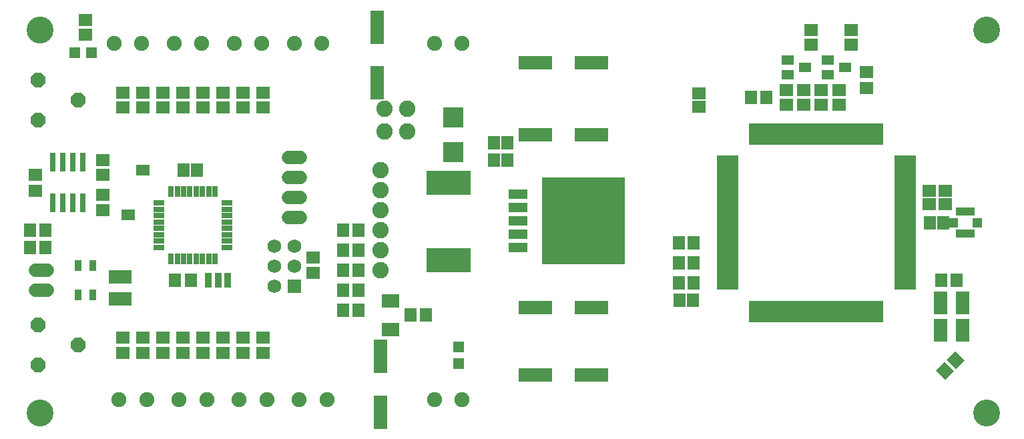
<source format=gts>
G75*
G70*
%OFA0B0*%
%FSLAX24Y24*%
%IPPOS*%
%LPD*%
%AMOC8*
5,1,8,0,0,1.08239X$1,22.5*
%
%ADD10C,0.1340*%
%ADD11R,0.0300X0.0580*%
%ADD12R,0.0580X0.0300*%
%ADD13R,0.0710X0.0592*%
%ADD14R,0.0680X0.0680*%
%ADD15C,0.0680*%
%ADD16R,0.0356X0.0749*%
%ADD17R,0.0592X0.0671*%
%ADD18R,0.0592X0.0710*%
%ADD19R,0.0552X0.0552*%
%ADD20R,0.0330X0.0580*%
%ADD21R,0.0395X0.1064*%
%ADD22R,0.1064X0.0395*%
%ADD23R,0.0946X0.0415*%
%ADD24R,0.0493X0.0474*%
%ADD25R,0.1025X0.1025*%
%ADD26R,0.0710X0.1143*%
%ADD27R,0.0316X0.0946*%
%ADD28R,0.0671X0.0592*%
%ADD29R,0.0710X0.1655*%
%ADD30R,0.1655X0.0710*%
%ADD31C,0.0749*%
%ADD32C,0.0674*%
%ADD33R,0.0356X0.0552*%
%ADD34OC8,0.0740*%
%ADD35C,0.0820*%
%ADD36R,0.0631X0.0474*%
%ADD37R,0.0907X0.0671*%
%ADD38R,0.2206X0.1222*%
%ADD39R,0.4178X0.4332*%
%ADD40R,0.0930X0.0500*%
%ADD41R,0.1143X0.0710*%
D10*
X007015Y006265D03*
X007015Y025390D03*
X054265Y025390D03*
X054265Y006265D03*
D11*
X015742Y013950D03*
X015427Y013950D03*
X015112Y013950D03*
X014797Y013950D03*
X014483Y013950D03*
X014168Y013950D03*
X013853Y013950D03*
X013538Y013950D03*
X013538Y017330D03*
X013853Y017330D03*
X014168Y017330D03*
X014483Y017330D03*
X014797Y017330D03*
X015112Y017330D03*
X015427Y017330D03*
X015742Y017330D03*
D12*
X016330Y016742D03*
X016330Y016427D03*
X016330Y016112D03*
X016330Y015797D03*
X016330Y015483D03*
X016330Y015168D03*
X016330Y014853D03*
X016330Y014538D03*
X012950Y014538D03*
X012950Y014853D03*
X012950Y015168D03*
X012950Y015483D03*
X012950Y015797D03*
X012950Y016112D03*
X012950Y016427D03*
X012950Y016742D03*
D13*
X010140Y016391D03*
X010140Y017139D03*
X010140Y018141D03*
X010140Y018889D03*
X006765Y018159D03*
X006765Y017371D03*
X011140Y021516D03*
X011140Y022264D03*
X012140Y022264D03*
X012140Y021516D03*
X013140Y021516D03*
X014140Y021516D03*
X014140Y022264D03*
X013140Y022264D03*
X015140Y022264D03*
X015140Y021516D03*
X016140Y021516D03*
X016140Y022264D03*
X017140Y022264D03*
X018140Y022264D03*
X018140Y021516D03*
X017140Y021516D03*
X009265Y025141D03*
X009265Y025889D03*
X020640Y014014D03*
X020640Y013266D03*
X018140Y010014D03*
X017140Y010014D03*
X017140Y009266D03*
X018140Y009266D03*
X016140Y009266D03*
X016140Y010014D03*
X015140Y010014D03*
X015140Y009266D03*
X014140Y009266D03*
X013140Y009266D03*
X013140Y010014D03*
X014140Y010014D03*
X012140Y010014D03*
X012140Y009266D03*
X011140Y009266D03*
X011140Y010014D03*
X045140Y021641D03*
X046015Y021641D03*
X046015Y022389D03*
X045140Y022389D03*
X048265Y022496D03*
X048265Y023284D03*
D14*
X019703Y012578D03*
D15*
X018703Y012578D03*
X018703Y013578D03*
X019703Y013578D03*
X019703Y014578D03*
X018703Y014578D03*
D16*
X016362Y012890D03*
X015890Y012890D03*
X015418Y012890D03*
D17*
X014850Y018390D03*
X014180Y018390D03*
X029680Y018890D03*
X030350Y018890D03*
X030350Y019765D03*
X029680Y019765D03*
X038930Y011890D03*
X039600Y011890D03*
X051430Y015765D03*
X052100Y015765D03*
G36*
X053163Y008877D02*
X052744Y008458D01*
X052271Y008931D01*
X052690Y009350D01*
X053163Y008877D01*
G37*
G36*
X052634Y008349D02*
X052215Y007930D01*
X051742Y008403D01*
X052161Y008822D01*
X052634Y008349D01*
G37*
D18*
X052784Y012890D03*
X051996Y012890D03*
X039639Y012765D03*
X038891Y012765D03*
X038891Y013765D03*
X039639Y013765D03*
X039639Y014765D03*
X038891Y014765D03*
X042496Y022015D03*
X043284Y022015D03*
X026264Y011140D03*
X025516Y011140D03*
X022909Y011390D03*
X022121Y011390D03*
X022141Y012390D03*
X022889Y012390D03*
X022889Y013390D03*
X022141Y013390D03*
X022141Y014390D03*
X022889Y014390D03*
X022889Y015390D03*
X022141Y015390D03*
X014534Y012890D03*
X013746Y012890D03*
X007264Y014515D03*
X006516Y014515D03*
X006516Y015390D03*
X007264Y015390D03*
D19*
X008727Y024265D03*
X009553Y024265D03*
X027890Y009553D03*
X027890Y008727D03*
D20*
X011552Y016140D03*
X011228Y016140D03*
X011978Y018390D03*
X012302Y018390D03*
D21*
X042615Y020194D03*
X043009Y020194D03*
X043403Y020194D03*
X043796Y020194D03*
X044190Y020194D03*
X044584Y020194D03*
X044978Y020194D03*
X045371Y020194D03*
X045765Y020194D03*
X046159Y020194D03*
X046552Y020194D03*
X046946Y020194D03*
X047340Y020194D03*
X047734Y020194D03*
X048127Y020194D03*
X048521Y020194D03*
X048915Y020194D03*
X048915Y011336D03*
X048521Y011336D03*
X048127Y011336D03*
X047734Y011336D03*
X047340Y011336D03*
X046946Y011336D03*
X046552Y011336D03*
X046159Y011336D03*
X045765Y011336D03*
X045371Y011336D03*
X044978Y011336D03*
X044584Y011336D03*
X044190Y011336D03*
X043796Y011336D03*
X043403Y011336D03*
X043009Y011336D03*
X042615Y011336D03*
D22*
X041336Y012615D03*
X041336Y013009D03*
X041336Y013403D03*
X041336Y013796D03*
X041336Y014190D03*
X041336Y014584D03*
X041336Y014978D03*
X041336Y015371D03*
X041336Y015765D03*
X041336Y016159D03*
X041336Y016552D03*
X041336Y016946D03*
X041336Y017340D03*
X041336Y017734D03*
X041336Y018127D03*
X041336Y018521D03*
X041336Y018915D03*
X050194Y018915D03*
X050194Y018521D03*
X050194Y018127D03*
X050194Y017734D03*
X050194Y017340D03*
X050194Y016946D03*
X050194Y016552D03*
X050194Y016159D03*
X050194Y015765D03*
X050194Y015371D03*
X050194Y014978D03*
X050194Y014584D03*
X050194Y014190D03*
X050194Y013796D03*
X050194Y013403D03*
X050194Y013009D03*
X050194Y012615D03*
D23*
X053203Y015224D03*
X053203Y016306D03*
D24*
X053803Y015765D03*
X052602Y015765D03*
D25*
X027640Y019274D03*
X027640Y021006D03*
D26*
X051964Y011765D03*
X053066Y011765D03*
X053066Y010390D03*
X051964Y010390D03*
D27*
X009140Y016741D03*
X008640Y016741D03*
X008140Y016741D03*
X007640Y016741D03*
X007640Y018789D03*
X008140Y018789D03*
X008640Y018789D03*
X009140Y018789D03*
D28*
X039890Y021555D03*
X039890Y022225D03*
X044265Y022389D03*
X044265Y021641D03*
X046890Y021641D03*
X046890Y022389D03*
X047515Y024641D03*
X047515Y025389D03*
X045515Y025389D03*
X045515Y024641D03*
X051390Y017350D03*
X052203Y017350D03*
X052203Y016680D03*
X051390Y016680D03*
D29*
X024015Y009100D03*
X024015Y006305D03*
X023828Y022742D03*
X023828Y025538D03*
D30*
X031742Y023765D03*
X034538Y023765D03*
X034538Y020140D03*
X031742Y020140D03*
X031742Y011515D03*
X034538Y011515D03*
X034538Y008140D03*
X031742Y008140D03*
D31*
X028079Y006929D03*
X026701Y006929D03*
X021329Y006929D03*
X019951Y006929D03*
X018329Y006929D03*
X016951Y006929D03*
X015329Y006929D03*
X013951Y006929D03*
X012329Y006929D03*
X010951Y006929D03*
X010701Y024726D03*
X012079Y024726D03*
X013701Y024726D03*
X015079Y024726D03*
X016701Y024726D03*
X018079Y024726D03*
X019701Y024726D03*
X021079Y024726D03*
X026701Y024726D03*
X028079Y024726D03*
D32*
X019999Y019015D02*
X019406Y019015D01*
X019406Y018015D02*
X019999Y018015D01*
X019999Y017015D02*
X019406Y017015D01*
X019406Y016015D02*
X019999Y016015D01*
X007374Y013390D02*
X006781Y013390D01*
X006781Y012390D02*
X007374Y012390D01*
D33*
X008890Y012162D03*
X009640Y012162D03*
X009640Y013618D03*
X008890Y013618D03*
D34*
X006890Y010640D03*
X008890Y009640D03*
X006890Y008640D03*
X006890Y020890D03*
X008890Y021890D03*
X006890Y022890D03*
D35*
X024195Y021453D03*
X025335Y021453D03*
X025335Y020328D03*
X024195Y020328D03*
X024015Y018390D03*
X024015Y017390D03*
X024015Y016390D03*
X024015Y015390D03*
X024015Y014390D03*
X024015Y013390D03*
D36*
X044332Y023141D03*
X044332Y023889D03*
X045198Y023515D03*
X046332Y023141D03*
X047198Y023515D03*
X046332Y023889D03*
D37*
X024515Y011849D03*
X024515Y010431D03*
D38*
X027390Y013886D03*
X027390Y017744D03*
D39*
X034140Y015865D03*
D40*
X030860Y015865D03*
X030860Y015195D03*
X030860Y014525D03*
X030860Y016535D03*
X030860Y017205D03*
D41*
X011015Y013066D03*
X011015Y011964D03*
M02*

</source>
